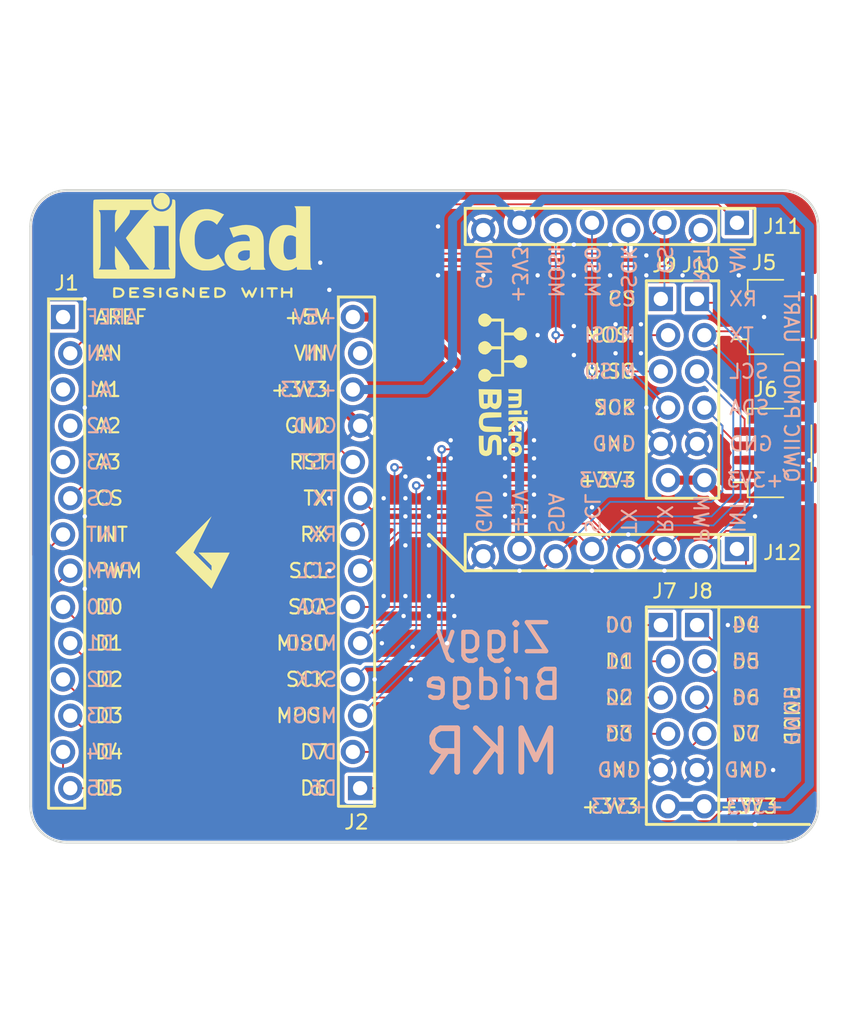
<source format=kicad_pcb>
(kicad_pcb (version 20241229) (generator "pcbnew") (generator_version "9.0")
  (title_block (title "MKR Shield") (date "2018-07-31") (rev "0.1") (company "Electronic Cats"))
  (layers (0 "F.Cu" signal "Top") (2 "B.Cu" signal "Bottom") (13 "F.Paste" user) (15 "B.Paste" user) (5 "F.SilkS" user "F.Silkscreen") (7 "B.SilkS" user "B.Silkscreen") (1 "F.Mask" user) (3 "B.Mask" user) (25 "Edge.Cuts" user))
  (net 0 "")
  (net 1 "GND")
  (net 2 "/A2")
  (net 3 "/CS")
  (net 4 "/D4")
  (net 5 "/A3")
  (net 6 "/AREF")
  (net 7 "/D2")
  (net 8 "/D3")
  (net 9 "/A1")
  (net 10 "/D5")
  (net 11 "/INT")
  (net 12 "/D0")
  (net 13 "/AN")
  (net 14 "/D1")
  (net 15 "/PWM")
  (net 16 "+5V")
  (net 17 "/MISO")
  (net 18 "/SCK")
  (net 19 "/SCL")
  (net 20 "/MOSI")
  (net 21 "/D7")
  (net 22 "/SDA")
  (net 23 "/D6")
  (net 24 "/RX")
  (net 25 "/VIN")
  (net 26 "+3V3")
  (net 27 "/TX")
  (net 28 "/RST")
  (footprint "custom:PinHeader_1x14_P2.54mm_Staggered" (layer "F.Cu") (at 129.54 97.79)
    (property "Reference" "J1" (at 0 -2.38 0) (layer "F.SilkS"))
    (property "Value" "Conn_01x14")
    (pad "1" thru_hole rect (at -0.254 0) (size 1.7 1.7) (drill 1) (layers "*.Cu" "*.Mask") (net 6 "/AREF"))
    (pad "2" thru_hole circle (at 0.254 2.54) (size 1.7 1.7) (drill 1) (layers "*.Cu" "*.Mask") (net 13 "/AN"))
    (pad "3" thru_hole circle (at -0.254 5.08) (size 1.7 1.7) (drill 1) (layers "*.Cu" "*.Mask") (net 9 "/A1"))
    (pad "4" thru_hole circle (at 0.254 7.62) (size 1.7 1.7) (drill 1) (layers "*.Cu" "*.Mask") (net 2 "/A2"))
    (pad "5" thru_hole circle (at -0.254 10.16) (size 1.7 1.7) (drill 1) (layers "*.Cu" "*.Mask") (net 5 "/A3"))
    (pad "6" thru_hole circle (at 0.254 12.7) (size 1.7 1.7) (drill 1) (layers "*.Cu" "*.Mask") (net 3 "/CS"))
    (pad "7" thru_hole circle (at -0.254 15.24) (size 1.7 1.7) (drill 1) (layers "*.Cu" "*.Mask") (net 11 "/INT"))
    (pad "8" thru_hole circle (at 0.254 17.78) (size 1.7 1.7) (drill 1) (layers "*.Cu" "*.Mask") (net 15 "/PWM"))
    (pad "9" thru_hole circle (at -0.254 20.32) (size 1.7 1.7) (drill 1) (layers "*.Cu" "*.Mask") (net 12 "/D0"))
    (pad "10" thru_hole circle (at 0.254 22.86) (size 1.7 1.7) (drill 1) (layers "*.Cu" "*.Mask") (net 14 "/D1"))
    (pad "11" thru_hole circle (at -0.254 25.4) (size 1.7 1.7) (drill 1) (layers "*.Cu" "*.Mask") (net 7 "/D2"))
    (pad "12" thru_hole circle (at 0.254 27.94) (size 1.7 1.7) (drill 1) (layers "*.Cu" "*.Mask") (net 8 "/D3"))
    (pad "13" thru_hole circle (at -0.254 30.48) (size 1.7 1.7) (drill 1) (layers "*.Cu" "*.Mask") (net 4 "/D4"))
    (pad "14" thru_hole circle (at 0.254 33.02) (size 1.7 1.7) (drill 1) (layers "*.Cu" "*.Mask") (net 10 "/D5"))
  )
  (footprint "custom:PinHeader_1x14_P2.54mm_Staggered" (layer "F.Cu") (at 149.86 130.81 180)
    (property "Reference" "J2" (at 0 -2.38 180) (layer "F.SilkS"))
    (property "Value" "Conn_01x14")
    (pad "1" thru_hole rect (at -0.254 0 180) (size 1.7 1.7) (drill 1) (layers "*.Cu" "*.Mask") (net 23 "/D6"))
    (pad "2" thru_hole circle (at 0.254 2.54 180) (size 1.7 1.7) (drill 1) (layers "*.Cu" "*.Mask") (net 21 "/D7"))
    (pad "3" thru_hole circle (at -0.254 5.08 180) (size 1.7 1.7) (drill 1) (layers "*.Cu" "*.Mask") (net 20 "/MOSI"))
    (pad "4" thru_hole circle (at 0.254 7.62 180) (size 1.7 1.7) (drill 1) (layers "*.Cu" "*.Mask") (net 18 "/SCK"))
    (pad "5" thru_hole circle (at -0.254 10.16 180) (size 1.7 1.7) (drill 1) (layers "*.Cu" "*.Mask") (net 17 "/MISO"))
    (pad "6" thru_hole circle (at 0.254 12.7 180) (size 1.7 1.7) (drill 1) (layers "*.Cu" "*.Mask") (net 22 "/SDA"))
    (pad "7" thru_hole circle (at -0.254 15.24 180) (size 1.7 1.7) (drill 1) (layers "*.Cu" "*.Mask") (net 19 "/SCL"))
    (pad "8" thru_hole circle (at 0.254 17.78 180) (size 1.7 1.7) (drill 1) (layers "*.Cu" "*.Mask") (net 24 "/RX"))
    (pad "9" thru_hole circle (at -0.254 20.32 180) (size 1.7 1.7) (drill 1) (layers "*.Cu" "*.Mask") (net 27 "/TX"))
    (pad "10" thru_hole circle (at 0.254 22.86 180) (size 1.7 1.7) (drill 1) (layers "*.Cu" "*.Mask") (net 28 "/RST"))
    (pad "11" thru_hole circle (at -0.254 25.4 180) (size 1.7 1.7) (drill 1) (layers "*.Cu" "*.Mask") (net 1 "GND"))
    (pad "12" thru_hole circle (at 0.254 27.94 180) (size 1.7 1.7) (drill 1) (layers "*.Cu" "*.Mask") (net 26 "+3V3"))
    (pad "13" thru_hole circle (at -0.254 30.48 180) (size 1.7 1.7) (drill 1) (layers "*.Cu" "*.Mask") (net 25 "/VIN"))
    (pad "14" thru_hole circle (at 0.254 33.02 180) (size 1.7 1.7) (drill 1) (layers "*.Cu" "*.Mask") (net 16 "+5V"))
  )
  (footprint "Symbol:KiCad-Logo2_6mm_SilkScreen" (layer "F.Cu") (at 139.065 92.075)
    (property "Reference" "REF**" (hide yes))
    (property "Value" "KiCad-Logo2_6mm_SilkScreen" (hide yes))
  )
  (footprint "custom:PinHeader_1x06_P2.54mm_Staggered" (layer "F.Cu") (at 173.99 96.52)
    (property "Reference" "J10" (at 0 -2.38 0) (layer "F.SilkS"))
    (property "Value" "Conn_01x06")
    (pad "1" thru_hole rect (at -0.254 0) (size 1.7 1.7) (drill 1) (layers "*.Cu" "*.Mask") (net 24 "/RX"))
    (pad "2" thru_hole circle (at 0.254 2.54) (size 1.7 1.7) (drill 1) (layers "*.Cu" "*.Mask") (net 27 "/TX"))
    (pad "3" thru_hole circle (at -0.254 5.08) (size 1.7 1.7) (drill 1) (layers "*.Cu" "*.Mask") (net 19 "/SCL"))
    (pad "4" thru_hole circle (at 0.254 7.62) (size 1.7 1.7) (drill 1) (layers "*.Cu" "*.Mask") (net 22 "/SDA"))
    (pad "5" thru_hole circle (at -0.254 10.16) (size 1.7 1.7) (drill 1) (layers "*.Cu" "*.Mask") (net 1 "GND"))
    (pad "6" thru_hole circle (at 0.254 12.7) (size 1.7 1.7) (drill 1) (layers "*.Cu" "*.Mask") (net 26 "+3V3"))
  )
  (footprint "Connector_JST:JST_SH_SM03B-SRSS-TB_1x03-1MP_P1.00mm_Horizontal" (layer "F.Cu") (at 179.07 97.79 90)
    (property "Reference" "J5" (at 3.81 -0.635 180) (layer "F.SilkS"))
    (property "Value" "Conn_01x03")
    (pad "1" smd roundrect (at -1 -2 90) (size 0.6 1.55) (layers "F.Cu" "F.Mask" "F.Paste") (net 27 "/TX"))
    (pad "2" smd roundrect (at 0 -2 90) (size 0.6 1.55) (layers "F.Cu" "F.Mask" "F.Paste") (net 1 "GND"))
    (pad "3" smd roundrect (at 1 -2 90) (size 0.6 1.55) (layers "F.Cu" "F.Mask" "F.Paste") (net 24 "/RX"))
    (pad "MP" smd roundrect (at -2.3 1.875 90) (size 1.2 1.8) (layers "F.Cu" "F.Mask" "F.Paste") (roundrect_rratio 0.208333))
    (pad "MP" smd roundrect (at 2.3 1.875 90) (size 1.2 1.8) (layers "F.Cu" "F.Mask" "F.Paste") (roundrect_rratio 0.208333))
  )
  (footprint "custom:mikrobus_logo" (layer "F.Cu") (at 160.02 102.87 -90)
    (property "Reference" "G***" (hide yes))
    (property "Value" "LOGO" (hide yes))
  )
  (footprint "custom:PinHeader_1x08_P2.54mm_Staggered" (layer "F.Cu") (at 176.53 91.44 -90)
    (property "Reference" "J11" (at 0 -3.175 0) (layer "F.SilkS"))
    (property "Value" "Conn_01x08")
    (pad "1" thru_hole rect (at -0.254 0 270) (size 1.7 1.7) (drill 1) (layers "*.Cu" "*.Mask") (net 13 "/AN"))
    (pad "2" thru_hole circle (at 0.254 2.54 270) (size 1.7 1.7) (drill 1) (layers "*.Cu" "*.Mask") (net 28 "/RST"))
    (pad "3" thru_hole circle (at -0.254 5.08 270) (size 1.7 1.7) (drill 1) (layers "*.Cu" "*.Mask") (net 3 "/CS"))
    (pad "4" thru_hole circle (at 0.254 7.62 270) (size 1.7 1.7) (drill 1) (layers "*.Cu" "*.Mask") (net 18 "/SCK"))
    (pad "5" thru_hole circle (at -0.254 10.16 270) (size 1.7 1.7) (drill 1) (layers "*.Cu" "*.Mask") (net 17 "/MISO"))
    (pad "6" thru_hole circle (at 0.254 12.7 270) (size 1.7 1.7) (drill 1) (layers "*.Cu" "*.Mask") (net 20 "/MOSI"))
    (pad "7" thru_hole circle (at -0.254 15.24 270) (size 1.7 1.7) (drill 1) (layers "*.Cu" "*.Mask") (net 26 "+3V3"))
    (pad "8" thru_hole circle (at 0.254 17.78 270) (size 1.7 1.7) (drill 1) (layers "*.Cu" "*.Mask") (net 1 "GND"))
  )
  (footprint "custom:PinHeader_1x06_P2.54mm_Staggered" (layer "F.Cu") (at 173.99 119.38)
    (property "Reference" "J8" (at 0 -2.38 0) (layer "F.SilkS"))
    (property "Value" "Conn_01x06")
    (pad "1" thru_hole rect (at -0.254 0) (size 1.7 1.7) (drill 1) (layers "*.Cu" "*.Mask") (net 4 "/D4"))
    (pad "2" thru_hole circle (at 0.254 2.54) (size 1.7 1.7) (drill 1) (layers "*.Cu" "*.Mask") (net 10 "/D5"))
    (pad "3" thru_hole circle (at -0.254 5.08) (size 1.7 1.7) (drill 1) (layers "*.Cu" "*.Mask") (net 23 "/D6"))
    (pad "4" thru_hole circle (at 0.254 7.62) (size 1.7 1.7) (drill 1) (layers "*.Cu" "*.Mask") (net 21 "/D7"))
    (pad "5" thru_hole circle (at -0.254 10.16) (size 1.7 1.7) (drill 1) (layers "*.Cu" "*.Mask") (net 1 "GND"))
    (pad "6" thru_hole circle (at 0.254 12.7) (size 1.7 1.7) (drill 1) (layers "*.Cu" "*.Mask") (net 26 "+3V3"))
  )
  (footprint "custom:PinHeader_1x06_P2.54mm_Staggered" (layer "F.Cu") (at 171.45 119.38)
    (property "Reference" "J7" (at 0 -2.38 0) (layer "F.SilkS"))
    (property "Value" "Conn_01x06")
    (pad "1" thru_hole rect (at -0.254 0) (size 1.7 1.7) (drill 1) (layers "*.Cu" "*.Mask") (net 12 "/D0"))
    (pad "2" thru_hole circle (at 0.254 2.54) (size 1.7 1.7) (drill 1) (layers "*.Cu" "*.Mask") (net 14 "/D1"))
    (pad "3" thru_hole circle (at -0.254 5.08) (size 1.7 1.7) (drill 1) (layers "*.Cu" "*.Mask") (net 7 "/D2"))
    (pad "4" thru_hole circle (at 0.254 7.62) (size 1.7 1.7) (drill 1) (layers "*.Cu" "*.Mask") (net 8 "/D3"))
    (pad "5" thru_hole circle (at -0.254 10.16) (size 1.7 1.7) (drill 1) (layers "*.Cu" "*.Mask") (net 1 "GND"))
    (pad "6" thru_hole circle (at 0.254 12.7) (size 1.7 1.7) (drill 1) (layers "*.Cu" "*.Mask") (net 26 "+3V3"))
  )
  (footprint "custom:PinHeader_1x08_P2.54mm_Staggered" (layer "F.Cu") (at 176.53 114.3 -90)
    (property "Reference" "J12" (at 0 -3.175 0) (layer "F.SilkS"))
    (property "Value" "Conn_01x08")
    (pad "1" thru_hole rect (at -0.254 0 270) (size 1.7 1.7) (drill 1) (layers "*.Cu" "*.Mask") (net 15 "/PWM"))
    (pad "2" thru_hole circle (at 0.254 2.54 270) (size 1.7 1.7) (drill 1) (layers "*.Cu" "*.Mask") (net 11 "/INT"))
    (pad "3" thru_hole circle (at -0.254 5.08 270) (size 1.7 1.7) (drill 1) (layers "*.Cu" "*.Mask") (net 24 "/RX"))
    (pad "4" thru_hole circle (at 0.254 7.62 270) (size 1.7 1.7) (drill 1) (layers "*.Cu" "*.Mask") (net 27 "/TX"))
    (pad "5" thru_hole circle (at -0.254 10.16 270) (size 1.7 1.7) (drill 1) (layers "*.Cu" "*.Mask") (net 19 "/SCL"))
    (pad "6" thru_hole circle (at 0.254 12.7 270) (size 1.7 1.7) (drill 1) (layers "*.Cu" "*.Mask") (net 22 "/SDA"))
    (pad "7" thru_hole circle (at -0.254 15.24 270) (size 1.7 1.7) (drill 1) (layers "*.Cu" "*.Mask") (net 16 "+5V"))
    (pad "8" thru_hole circle (at 0.254 17.78 270) (size 1.7 1.7) (drill 1) (layers "*.Cu" "*.Mask") (net 1 "GND"))
  )
  (footprint "custom:PinHeader_1x06_P2.54mm_Staggered" (layer "F.Cu") (at 171.45 96.52)
    (property "Reference" "J9" (at 0 -2.38 0) (layer "F.SilkS"))
    (property "Value" "Conn_01x06")
    (pad "1" thru_hole rect (at -0.254 0) (size 1.7 1.7) (drill 1) (layers "*.Cu" "*.Mask") (net 3 "/CS"))
    (pad "2" thru_hole circle (at 0.254 2.54) (size 1.7 1.7) (drill 1) (layers "*.Cu" "*.Mask") (net 20 "/MOSI"))
    (pad "3" thru_hole circle (at -0.254 5.08) (size 1.7 1.7) (drill 1) (layers "*.Cu" "*.Mask") (net 17 "/MISO"))
    (pad "4" thru_hole circle (at 0.254 7.62) (size 1.7 1.7) (drill 1) (layers "*.Cu" "*.Mask") (net 18 "/SCK"))
    (pad "5" thru_hole circle (at -0.254 10.16) (size 1.7 1.7) (drill 1) (layers "*.Cu" "*.Mask") (net 1 "GND"))
    (pad "6" thru_hole circle (at 0.254 12.7) (size 1.7 1.7) (drill 1) (layers "*.Cu" "*.Mask") (net 26 "+3V3"))
  )
  (footprint "Connector_JST:JST_SH_SM04B-SRSS-TB_1x04-1MP_P1.00mm_Horizontal" (layer "F.Cu") (at 179.07 107.315 90)
    (property "Reference" "J6" (at 4.445 -0.535 180) (layer "F.SilkS"))
    (property "Value" "Conn_01x04")
    (pad "1" smd roundrect (at -1.5 -2 90) (size 0.6 1.55) (layers "F.Cu" "F.Mask" "F.Paste") (net 1 "GND"))
    (pad "2" smd roundrect (at -0.5 -2 90) (size 0.6 1.55) (layers "F.Cu" "F.Mask" "F.Paste") (net 26 "+3V3"))
    (pad "3" smd roundrect (at 0.5 -2 90) (size 0.6 1.55) (layers "F.Cu" "F.Mask" "F.Paste") (net 22 "/SDA"))
    (pad "4" smd roundrect (at 1.5 -2 90) (size 0.6 1.55) (layers "F.Cu" "F.Mask" "F.Paste") (net 19 "/SCL"))
    (pad "MP" smd roundrect (at -2.8 1.875 90) (size 1.2 1.8) (layers "F.Cu" "F.Mask" "F.Paste") (roundrect_rratio 0.208333))
    (pad "MP" smd roundrect (at 2.8 1.875 90) (size 1.2 1.8) (layers "F.Cu" "F.Mask" "F.Paste") (roundrect_rratio 0.208333))
  )
  (footprint "custom:gs_logo_200mil" (layer "F.Cu") (at 139.7 114.3)
    (property "Reference" "GS1" (hide yes))
    (property "Value" "GS_logo" (hide yes))
    (pad "1" smd custom (at 0 0) (size 5.08 5.08) (layers "F.Cu") (options (clearance outline) (anchor circle)) (primitives))
  )
  (gr_rect (start 157.48 90.17) (end 177.8 92.71) (stroke (width 0.2032)) (fill no) (layer "F.SilkS"))
  (gr_line (start 170.18 110.49) (end 175.26 110.49) (stroke (width 0.2032)) (layer "F.SilkS"))
  (gr_line (start 170.18 110.49) (end 170.18 95.25) (stroke (width 0.2032)) (layer "F.SilkS"))
  (gr_line (start 170.18 118.11) (end 175.26 118.11) (stroke (width 0.2032)) (layer "F.SilkS"))
  (gr_line (start 175.26 90.17) (end 175.26 92.71) (stroke (width 0.2032)) (layer "F.SilkS"))
  (gr_line (start 175.26 118.11) (end 181.61 118.11) (stroke (width 0.2032)) (layer "F.SilkS"))
  (gr_line (start 175.26 133.35) (end 181.61 133.35) (stroke (width 0.2032)) (layer "F.SilkS"))
  (gr_line (start 175.26 113.03) (end 175.26 115.57) (stroke (width 0.2032)) (layer "F.SilkS"))
  (gr_rect (start 128.27 96.52) (end 130.81 132.216417) (stroke (width 0.2032)) (fill no) (layer "F.SilkS"))
  (gr_line (start 170.18 133.35) (end 170.18 118.11) (stroke (width 0.2032)) (layer "F.SilkS"))
  (gr_line (start 157.48 115.57) (end 154.94 113.03) (stroke (width 0.254)) (layer "F.SilkS"))
  (gr_line (start 170.18 95.25) (end 175.26 95.25) (stroke (width 0.2032)) (layer "F.SilkS"))
  (gr_rect (start 157.48 113.03) (end 177.8 115.57) (stroke (width 0.2032)) (fill no) (layer "F.SilkS"))
  (gr_line (start 175.26 133.35) (end 170.18 133.35) (stroke (width 0.2032)) (layer "F.SilkS"))
  (gr_line (start 175.26 118.11) (end 175.26 133.35) (stroke (width 0.2032)) (layer "F.SilkS"))
  (gr_line (start 175.26 95.25) (end 175.26 110.49) (stroke (width 0.2032)) (layer "F.SilkS"))
  (gr_rect (start 148.59 96.383583) (end 151.13 132.08) (stroke (width 0.2032)) (fill no) (layer "F.SilkS"))
  (gr_line (start 129.54 88.9) (end 179.705 88.9) (stroke (width 0.15)) (layer "Edge.Cuts"))
  (gr_arc (start 129.54 134.62) (mid 127.743949 133.876051) (end 127 132.08) (stroke (width 0.15)) (layer "Edge.Cuts"))
  (gr_line (start 179.705 134.62) (end 129.54 134.62) (stroke (width 0.15)) (layer "Edge.Cuts"))
  (gr_arc (start 127 91.44) (mid 127.743949 89.643949) (end 129.54 88.9) (stroke (width 0.15)) (layer "Edge.Cuts"))
  (gr_line (start 127 132.08) (end 127 91.44) (stroke (width 0.15)) (layer "Edge.Cuts"))
  (gr_line (start 182.245 91.44) (end 182.245 132.08) (stroke (width 0.15)) (layer "Edge.Cuts"))
  (gr_arc (start 179.705 88.9) (mid 181.501051 89.643949) (end 182.245 91.44) (stroke (width 0.15)) (layer "Edge.Cuts"))
  (gr_arc (start 182.245 132.08) (mid 181.501051 133.876051) (end 179.705 134.62) (stroke (width 0.15)) (layer "Edge.Cuts"))
  (gr_text "MOSI" (at 147.955 125.73 0) (layer "F.SilkS") (effects (font (size 1 1)) (justify right)))
  (gr_text "GND" (at 169.545 106.68 0) (layer "F.SilkS") (effects (font (size 1 1)) (justify right)))
  (gr_text "D0" (at 131.445 118.11 0) (layer "F.SilkS") (effects (font (size 1 1)) (justify left)))
  (gr_text "D1" (at 131.445 120.65 0) (layer "F.SilkS") (effects (font (size 1 1)) (justify left)))
  (gr_text "RST" (at 147.955 107.95 0) (layer "F.SilkS") (effects (font (size 1 1)) (justify right)))
  (gr_text "+3V3" (at 147.955 102.87 0) (layer "F.SilkS") (effects (font (size 1 1)) (justify right)))
  (gr_text "PWM" (at 131.445 115.57 0) (layer "F.SilkS") (effects (font (size 1 1)) (justify left)))
  (gr_text "AREF" (at 131.445 97.79 0) (layer "F.SilkS") (effects (font (size 1 1)) (justify left)))
  (gr_text "D7" (at 177.165 127 0) (layer "F.SilkS") (effects (font (size 1 1))))
  (gr_text "D2" (at 131.445 123.19 0) (layer "F.SilkS") (effects (font (size 1 1)) (justify left)))
  (gr_text "+5V" (at 147.955 97.79 0) (layer "F.SilkS") (effects (font (size 1 1)) (justify right)))
  (gr_text "D2" (at 168.275 124.46 0) (layer "F.SilkS") (effects (font (size 1 1))))
  (gr_text "A2" (at 131.445 105.41 0) (layer "F.SilkS") (effects (font (size 1 1)) (justify left)))
  (gr_text "MISO" (at 147.955 120.65 0) (layer "F.SilkS") (effects (font (size 1 1)) (justify right)))
  (gr_text "SCK" (at 169.545 104.14 0) (layer "F.SilkS") (effects (font (size 1 1)) (justify right)))
  (gr_text "SCL" (at 147.955 115.57 0) (layer "F.SilkS") (effects (font (size 1 1)) (justify right)))
  (gr_text "CS" (at 169.545 96.52 0) (layer "F.SilkS") (effects (font (size 1 1)) (justify right)))
  (gr_text "GND" (at 168.275 129.54 0) (layer "F.SilkS") (effects (font (size 1 1))))
  (gr_text "D6" (at 177.165 124.46 0) (layer "F.SilkS") (effects (font (size 1 1))))
  (gr_text "VIN" (at 147.955 100.33 0) (layer "F.SilkS") (effects (font (size 1 1)) (justify right)))
  (gr_text "PMOD" (at 180.34 125.73 -90) (layer "F.SilkS") (effects (font (size 1 1))))
  (gr_text "D0" (at 168.275 119.38 0) (layer "F.SilkS") (effects (font (size 1 1))))
  (gr_text "GND" (at 177.165 129.54 0) (layer "F.SilkS") (effects (font (size 1 1))))
  (gr_text "RX" (at 147.955 113.03 0) (layer "F.SilkS") (effects (font (size 1 1)) (justify right)))
  (gr_text "INT" (at 131.445 113.03 0) (layer "F.SilkS") (effects (font (size 1 1)) (justify left)))
  (gr_text "+3V3" (at 175.26 132.08 0) (layer "F.SilkS") (effects (font (size 1 1)) (justify left)))
  (gr_text "D5" (at 131.445 130.81 0) (layer "F.SilkS") (effects (font (size 1 1)) (justify left)))
  (gr_text "D5" (at 177.165 121.92 0) (layer "F.SilkS") (effects (font (size 1 1))))
  (gr_text "MOSI" (at 169.545 99.06 0) (layer "F.SilkS") (effects (font (size 1 1)) (justify right)))
  (gr_text "D4" (at 177.165 119.38 0) (layer "F.SilkS") (effects (font (size 1 1))))
  (gr_text "D4" (at 131.445 128.27 0) (layer "F.SilkS") (effects (font (size 1 1)) (justify left)))
  (gr_text "D6" (at 147.955 130.81 0) (layer "F.SilkS") (effects (font (size 1 1)) (justify right)))
  (gr_text "CS" (at 131.445 110.49 0) (layer "F.SilkS") (effects (font (size 1 1)) (justify left)))
  (gr_text "D3" (at 168.275 127 0) (layer "F.SilkS") (effects (font (size 1 1))))
  (gr_text "D7" (at 147.955 128.27 0) (layer "F.SilkS") (effects (font (size 1 1)) (justify right)))
  (gr_text "+3V3" (at 169.545 109.22 0) (layer "F.SilkS") (effects (font (size 1 1)) (justify right)))
  (gr_text "SDA" (at 147.955 118.11 0) (layer "F.SilkS") (effects (font (size 1 1)) (justify right)))
  (gr_text "A1" (at 131.445 102.87 0) (layer "F.SilkS") (effects (font (size 1 1)) (justify left)))
  (gr_text "MISO" (at 169.545 101.6 0) (layer "F.SilkS") (effects (font (size 1 1)) (justify right)))
  (gr_text "A3" (at 131.445 107.95 0) (layer "F.SilkS") (effects (font (size 1 1)) (justify left)))
  (gr_text "AN" (at 131.445 100.33 0) (layer "F.SilkS") (effects (font (size 1 1)) (justify left)))
  (gr_text "TX" (at 147.955 110.49 0) (layer "F.SilkS") (effects (font (size 1 1)) (justify right)))
  (gr_text "GND" (at 147.955 105.41 0) (layer "F.SilkS") (effects (font (size 1 1)) (justify right)))
  (gr_text "+3V3" (at 167.64 132.08 0) (layer "F.SilkS") (effects (font (size 1 1))))
  (gr_text "SCK" (at 147.955 123.19 0) (layer "F.SilkS") (effects (font (size 1 1)) (justify right)))
  (gr_text "D3" (at 131.445 125.73 0) (layer "F.SilkS") (effects (font (size 1 1)) (justify left)))
  (gr_text "D1" (at 168.275 121.92 0) (layer "F.SilkS") (effects (font (size 1 1))))
  (gr_text "RST" (at 173.99 92.71 270) (layer "B.SilkS") (effects (font (size 1 1)) (justify right mirror)))
  (gr_text "SCL" (at 166.37 113.03 270) (layer "B.SilkS") (effects (font (size 1 1)) (justify left mirror)))
  (gr_text "RX" (at 171.45 113.03 270) (layer "B.SilkS") (effects (font (size 1 1)) (justify left mirror)))
  (gr_text "MISO" (at 148.59 120.65 0) (layer "B.SilkS") (effects (font (size 1 1)) (justify left mirror)))
  (gr_text "+3V3" (at 177.8 109.22 0) (layer "B.SilkS") (effects (font (size 1 1)) (justify mirror)))
  (gr_text "PWM" (at 173.99 113.665 270) (layer "B.SilkS") (effects (font (size 1 1)) (justify left mirror)))
  (gr_text "GND" (at 169.545 106.68 0) (layer "B.SilkS") (effects (font (size 1 1)) (justify left mirror)))
  (gr_text "D5" (at 130.81 130.81 0) (layer "B.SilkS") (effects (font (size 1 1)) (justify right mirror)))
  (gr_text "GND" (at 168.275 129.54 0) (layer "B.SilkS") (effects (font (size 1 1)) (justify mirror)))
  (gr_text "INT" (at 176.53 113.03 270) (layer "B.SilkS") (effects (font (size 1 1)) (justify left mirror)))
  (gr_text "RX" (at 148.59 113.03 0) (layer "B.SilkS") (effects (font (size 1 1)) (justify left mirror)))
  (gr_text "+5V" (at 148.59 97.79 0) (layer "B.SilkS") (effects (font (size 1 1)) (justify left mirror)))
  (gr_text "MISO" (at 169.545 101.6 0) (layer "B.SilkS") (effects (font (size 1 1)) (justify left mirror)))
  (gr_text "A2" (at 130.81 105.41 0) (layer "B.SilkS") (effects (font (size 1 1)) (justify right mirror)))
  (gr_text "SCL" (at 148.59 115.57 0) (layer "B.SilkS") (effects (font (size 1 1)) (justify left mirror)))
  (gr_text "RX" (at 175.895 96.52 0) (layer "B.SilkS") (effects (font (size 1 1)) (justify right mirror)))
  (gr_text "VIN" (at 148.59 100.33 0) (layer "B.SilkS") (effects (font (size 1 1)) (justify left mirror)))
  (gr_text "A1" (at 130.81 102.87 0) (layer "B.SilkS") (effects (font (size 1 1)) (justify right mirror)))
  (gr_text "+5V" (at 161.29 113.03 270) (layer "B.SilkS") (effects (font (size 1 1)) (justify left mirror)))
  (gr_text "MKR" (at 159.385 128.27 0) (layer "B.SilkS") (effects (font (size 3.048 3.048) (thickness 0.4064) (bold yes)) (justify mirror)))
  (gr_text "D7" (at 148.59 128.27 0) (layer "B.SilkS") (effects (font (size 1 1)) (justify left mirror)))
  (gr_text "+3V3" (at 168.275 132.08 0) (layer "B.SilkS") (effects (font (size 1 1)) (justify mirror)))
  (gr_text "UART" (at 180.34 97.79 270) (layer "B.SilkS") (effects (font (size 1 1)) (justify mirror)))
  (gr_text "D4" (at 177.165 119.38 0) (layer "B.SilkS") (effects (font (size 1 1)) (justify mirror)))
  (gr_text "GND" (at 175.895 106.68 0) (layer "B.SilkS") (effects (font (size 1 1)) (justify right mirror)))
  (gr_text "D3" (at 168.275 127 0) (layer "B.SilkS") (effects (font (size 1 1)) (justify mirror)))
  (gr_text "PMOD" (at 180.34 102.87 270) (layer "B.SilkS") (effects (font (size 1 1)) (justify mirror)))
  (gr_text "SCL" (at 175.895 101.6 0) (layer "B.SilkS") (effects (font (size 1 1)) (justify right mirror)))
  (gr_text "AN" (at 176.53 92.71 270) (layer "B.SilkS") (effects (font (size 1 1)) (justify right mirror)))
  (gr_text "TX" (at 168.91 113.03 270) (layer "B.SilkS") (effects (font (size 1 1)) (justify left mirror)))
  (gr_text "D0" (at 130.81 118.11 0) (layer "B.SilkS") (effects (font (size 1 1)) (justify right mirror)))
  (gr_text "CS" (at 171.45 92.71 270) (layer "B.SilkS") (effects (font (size 1 1)) (justify right mirror)))
  (gr_text "D6" (at 177.165 124.46 0) (layer "B.SilkS") (effects (font (size 1 1)) (justify mirror)))
  (gr_text "A3" (at 130.81 107.95 0) (layer "B.SilkS") (effects (font (size 1 1)) (justify right mirror)))
  (gr_text "D1" (at 168.275 121.92 0) (layer "B.SilkS") (effects (font (size 1 1)) (justify mirror)))
  (gr_text "CS" (at 130.81 110.49 0) (layer "B.SilkS") (effects (font (size 1 1)) (justify right mirror)))
  (gr_text "GND" (at 177.165 129.54 0) (layer "B.SilkS") (effects (font (size 1 1)) (justify mirror)))
  (gr_text "+3V3" (at 177.8 132.08 0) (layer "B.SilkS") (effects (font (size 1 1)) (justify mirror)))
  (gr_text "D4" (at 130.81 128.27 0) (layer "B.SilkS") (effects (font (size 1 1)) (justify right mirror)))
  (gr_text "PMOD" (at 180.34 125.73 270) (layer "B.SilkS") (effects (font (size 1 1)) (justify mirror)))
  (gr_text "D7" (at 177.165 127 0) (layer "B.SilkS") (effects (font (size 1 1)) (justify mirror)))
  (gr_text "PWM" (at 130.81 115.57 0) (layer "B.SilkS") (effects (font (size 1 1)) (justify right mirror)))
  (gr_text "GND" (at 148.59 105.41 0) (layer "B.SilkS") (effects (font (size 1 1)) (justify left mirror)))
  (gr_text "RST" (at 148.59 107.95 0) (layer "B.SilkS") (effects (font (size 1 1)) (justify left mirror)))
  (gr_text "D2" (at 130.81 123.19 0) (layer "B.SilkS") (effects (font (size 1 1)) (justify right mirror)))
  (gr_text "AREF" (at 130.81 97.79 0) (layer "B.SilkS") (effects (font (size 1 1)) (justify right mirror)))
  (gr_text "MISO" (at 166.37 92.71 270) (layer "B.SilkS") (effects (font (size 1 1)) (justify right mirror)))
  (gr_text "SDA" (at 148.59 118.11 0) (layer "B.SilkS") (effects (font (size 1 1)) (justify left mirror)))
  (gr_text "SCK" (at 148.59 123.19 0) (layer "B.SilkS") (effects (font (size 1 1)) (justify left mirror)))
  (gr_text "D0" (at 168.275 119.38 0) (layer "B.SilkS") (effects (font (size 1 1)) (justify mirror)))
  (gr_text "TX" (at 148.59 110.49 0) (layer "B.SilkS") (effects (font (size 1 1)) (justify left mirror)))
  (gr_text "GND" (at 158.75 113.03 270) (layer "B.SilkS") (effects (font (size 1 1)) (justify left mirror)))
  (gr_text "SCK" (at 169.545 104.14 0) (layer "B.SilkS") (effects (font (size 1 1)) (justify left mirror)))
  (gr_text "D3" (at 130.81 125.73 0) (layer "B.SilkS") (effects (font (size 1 1)) (justify right mirror)))
  (gr_text "D2" (at 168.275 124.46 0) (layer "B.SilkS") (effects (font (size 1 1)) (justify mirror)))
  (gr_text "+3V3" (at 148.59 102.87 0) (layer "B.SilkS") (effects (font (size 1 1)) (justify left mirror)))
  (gr_text "MOSI" (at 169.545 99.06 0) (layer "B.SilkS") (effects (font (size 1 1)) (justify left mirror)))
  (gr_text "INT" (at 130.81 113.03 0) (layer "B.SilkS") (effects (font (size 1 1)) (justify right mirror)))
  (gr_text "+3V3" (at 169.545 109.22 0) (layer "B.SilkS") (effects (font (size 1 1)) (justify left mirror)))
  (gr_text "CS" (at 169.545 96.52 0) (layer "B.SilkS") (effects (font (size 1 1)) (justify left mirror)))
  (gr_text "SDA" (at 175.895 104.14 0) (layer "B.SilkS") (effects (font (size 1 1)) (justify right mirror)))
  (gr_text "SDA" (at 163.83 113.03 270) (layer "B.SilkS") (effects (font (size 1 1)) (justify left mirror)))
  (gr_text "Ziggy\nBridge" (at 159.385 121.92 0) (layer "B.SilkS") (effects (font (size 2.032 2.032) (thickness 0.3048)) (justify mirror)))
  (gr_text "AN" (at 130.81 100.33 0) (layer "B.SilkS") (effects (font (size 1 1)) (justify right mirror)))
  (gr_text "TX" (at 175.895 99.06 0) (layer "B.SilkS") (effects (font (size 1 1)) (justify right mirror)))
  (gr_text "MOSI" (at 163.83 92.71 270) (layer "B.SilkS") (effects (font (size 1 1)) (justify right mirror)))
  (gr_text "+3V3" (at 161.29 92.71 270) (layer "B.SilkS") (effects (font (size 1 1)) (justify right mirror)))
  (gr_text "D1" (at 130.81 120.65 0) (layer "B.SilkS") (effects (font (size 1 1)) (justify right mirror)))
  (gr_text "D6" (at 148.59 130.81 0) (layer "B.SilkS") (effects (font (size 1 1)) (justify left mirror)))
  (gr_text "GND" (at 158.75 92.71 270) (layer "B.SilkS") (effects (font (size 1 1)) (justify right mirror)))
  (gr_text "QWIIC" (at 180.34 107.315 270) (layer "B.SilkS") (effects (font (size 1 1)) (justify mirror)))
  (gr_text "MOSI" (at 148.59 125.73 0) (layer "B.SilkS") (effects (font (size 1 1)) (justify left mirror)))
  (gr_text "SCK" (at 168.91 92.71 270) (layer "B.SilkS") (effects (font (size 1 1)) (justify right mirror)))
  (gr_text "D5" (at 177.165 121.92 0) (layer "B.SilkS") (effects (font (size 1 1)) (justify mirror)))
  (segment (start 172.72 94.869) (end 176.657 94.869) (width 0.635) (layer "F.Cu") (net 1))
  (segment (start 178.435 97.79) (end 177.07 97.79) (width 0.635) (layer "F.Cu") (net 1))
  (segment (start 179.07 132.08) (end 177.8 133.35) (width 0.635) (layer "F.Cu") (net 1))
  (segment (start 177.07 97.79) (end 173.716647 97.79) (width 0.254) (layer "F.Cu") (net 1))
  (segment (start 162.56 94.869) (end 165.1 94.869) (width 0.635) (layer "F.Cu") (net 1))
  (segment (start 179.07 129.54) (end 179.07 132.08) (width 0.635) (layer "F.Cu") (net 1))
  (segment (start 172.974 100.076) (end 172.466 100.584) (width 0.254) (layer "F.Cu") (net 1))
  (segment (start 172.466 102.616) (end 172.974 103.124) (width 0.254) (layer "F.Cu") (net 1))
  (segment (start 172.974 98.532647) (end 172.974 100.076) (width 0.254) (layer "F.Cu") (net 1))
  (segment (start 155.575 94.869) (end 158.75 94.869) (width 0.635) (layer "F.Cu") (net 1))
  (segment (start 172.466 100.584) (end 172.466 102.616) (width 0.254) (layer "F.Cu") (net 1))
  (segment (start 173.716647 97.79) (end 172.974 98.532647) (width 0.254) (layer "F.Cu") (net 1))
  (segment (start 172.974 105.918) (end 173.736 106.68) (width 0.254) (layer "F.Cu") (net 1))
  (segment (start 150.114 105.41) (end 147.955 103.251) (width 0.635) (layer "F.Cu") (net 1))
  (segment (start 158.75 94.869) (end 162.56 94.869) (width 0.635) (layer "F.Cu") (net 1))
  (segment (start 149.987 94.869) (end 155.575 94.869) (width 0.635) (layer "F.Cu") (net 1))
  (segment (start 177.8 94.869) (end 178.816 95.885) (width 0.635) (layer "F.Cu") (net 1))
  (segment (start 172.974 103.124) (end 172.974 105.918) (width 0.254) (layer "F.Cu") (net 1))
  (segment (start 167.64 94.869) (end 170.18 94.869) (width 0.635) (layer "F.Cu") (net 1))
  (segment (start 165.1 94.869) (end 167.64 94.869) (width 0.635) (layer "F.Cu") (net 1))
  (segment (start 178.816 95.885) (end 178.816 97.409) (width 0.635) (layer "F.Cu") (net 1))
  (segment (start 178.816 97.409) (end 178.435 97.79) (width 0.635) (layer "F.Cu") (net 1))
  (segment (start 175.871 108.815) (end 177.07 108.815) (width 0.254) (layer "F.Cu") (net 1))
  (segment (start 147.955 103.251) (end 147.955 96.901) (width 0.635) (layer "F.Cu") (net 1))
  (segment (start 173.736 106.68) (end 175.871 108.815) (width 0.254) (layer "F.Cu") (net 1))
  (segment (start 170.18 94.869) (end 172.72 94.869) (width 0.635) (layer "F.Cu") (net 1))
  (segment (start 176.657 94.869) (end 177.8 94.869) (width 0.635) (layer "F.Cu") (net 1))
  (segment (start 147.955 96.901) (end 149.987 94.869) (width 0.635) (layer "F.Cu") (net 1))
  (via (at 156.21 120.65) (size 0.6096) (drill 0.3048) (layers "F.Cu" "B.Cu") (net 1))
  (via (at 165.1 100.457) (size 0.6096) (drill 0.3048) (layers "F.Cu" "B.Cu") (net 1))
  (via (at 160.274 106.426) (size 0.6096) (drill 0.3048) (layers "F.Cu" "B.Cu") (net 1))
  (via (at 162.306 108.966) (size 0.6096) (drill 0.3048) (layers "F.Cu" "B.Cu") (net 1))
  (via (at 156.464 106.426) (size 0.6096) (drill 0.3048) (layers "F.Cu" "B.Cu") (net 1))
  (via (at 158.75 94.869) (size 0.6096) (drill 0.3048) (layers "F.Cu" "B.Cu") (net 1))
  (via (at 154.94 111.76) (size 0.6096) (drill 0.3048) (layers "F.Cu" "B.Cu") (net 1))
  (via (at 161.29 115.57) (size 0.6096) (drill 0.3048) (layers "F.Cu" "B.Cu") (net 1))
  (via (at 167.64 92.71) (size 0.6096) (drill 0.3048) (layers "F.Cu" "B.Cu") (net 1))
  (via (at 172.72 94.869) (size 0.6096) (drill 0.3048) (layers "F.Cu" "B.Cu") (net 1))
  (via (at 166.37 111.125) (size 0.6096) (drill 0.3048) (layers "F.Cu" "B.Cu") (net 1))
  (via (at 162.306 110.236) (size 0.6096) (drill 0.3048) (layers "F.Cu" "B.Cu") (net 1))
  (via (at 151.765 110.49) (size 0.6096) (drill 0.3048) (layers "F.Cu" "B.Cu") (net 1))
  (via (at 160.274 107.696) (size 0.6096) (drill 0.3048) (layers "F.Cu" "B.Cu") (net 1))
  (via (at 168.91 113.03) (size 0.6096) (drill 0.3048) (layers "F.Cu" "B.Cu") (net 1))
  (via (at 154.94 107.696) (size 0.6096) (drill 0.3048) (layers "F.Cu" "B.Cu") (net 1))
  (via (at 154.94 118.745) (size 0.6096) (drill 0.3048) (layers "F.Cu" "B.Cu") (net 1))
  (via (at 177.8 133.35) (size 0.6096) (drill 0.3048) (layers "F.Cu" "B.Cu") (net 1))
  (via (at 153.289 110.49) (size 0.6096) (drill 0.3048) (layers "F.Cu" "B.Cu") (net 1))
  (via (at 176.657 94.869) (size 0.6096) (drill 0.3048) (layers "F.Cu" "B.Cu") (net 1))
  (via (at 147.955 110.49) (size 0.6096) (drill 0.3048) (layers "F.Cu" "B.Cu") (net 1))
  (via (at 161.29 92.71) (size 0.6096) (drill 0.3048) (layers "F.Cu" "B.Cu") (net 1))
  (via (at 162.306 107.696) (size 0.6096) (drill 0.3048) (layers "F.Cu" "B.Cu") (net 1))
  (via (at 156.718 118.745) (size 0.6096) (drill 0.3048) (layers "F.Cu" "B.Cu") (net 1))
  (via (at 130.81 111.76) (size 0.6096) (drill 0.3048) (layers "F.Cu" "B.Cu") (net 1))
  (via (at 167.64 94.869) (size 0.6096) (drill 0.3048) (layers "F.Cu" "B.Cu") (net 1))
  (via (at 165.1 94.869) (size 0.6096) (drill 0.3048) (layers "F.Cu" "B.Cu") (net 1))
  (via (at 147.955 95.885) (size 0.6096) (drill 0.3048) (layers "F.Cu" "B.Cu") (net 1))
  (via (at 154.94 117.348) (size 0.6096) (drill 0.3048) (layers "F.Cu" "B.Cu") (net 1))
  (via (at 153.162 118.745) (size 0.6096) (drill 0.3048) (layers "F.Cu" "B.Cu") (net 1))
  (via (at 168.021 100.33) (size 0.6096) (drill 0.3048) (layers "F.Cu" "B.Cu") (net 1))
  (via (at 153.289 111.76) (size 0.6096) (drill 0.3048) (layers "F.Cu" "B.Cu") (net 1))
  (via (at 151.765 117.348) (size 0.6096) (drill 0.3048) (layers "F.Cu" "B.Cu") (net 1))
  (via (at 130.81 116.84) (size 0.6096) (drill 0.3048) (layers "F.Cu" "B.Cu") (net 1))
  (via (at 165.1 98.425) (size 0.6096) (drill 0.3048) (layers "F.Cu" "B.Cu") (net 1))
  (via (at 153.289 108.966) (size 0.6096) (drill 0.3048) (layers "F.Cu" "B.Cu") (net 1))
  (via (at 169.799 100.33) (size 0.6096) (drill 0.3048) (layers "F.Cu" "B.Cu") (net 1))
  (via (at 130.81 96.52) (size 0.6096) (drill 0.3048) (layers "F.Cu" "B.Cu") (net 1))
  (via (at 178.435 97.79) (size 0.6096) (drill 0.3048) (layers "F.Cu" "B.Cu") (net 1))
  (via (at 151.638 120.65) (size 0.6096) (drill 0.3048) (layers "F.Cu" "B.Cu") (net 1))
  (via (at 154.94 110.49) (size 0.6096) (drill 0.3048) (layers "F.Cu" "B.Cu") (net 1))
  (via (at 155.575 94.869) (size 0.6096) (drill 0.3048) (layers "F.Cu" "B.Cu") (net 1))
  (via (at 170.18 104.14) (size 0.6096) (drill 0.3048) (layers "F.Cu" "B.Cu") (net 1))
  (via (at 154.94 108.966) (size 0.6096) (drill 0.3048) (layers "F.Cu" "B.Cu") (net 1))
  (via (at 177.8 111.76) (size 0.6096) (drill 0.3048) (layers "F.Cu" "B.Cu") (net 1))
  (via (at 165.1 92.71) (size 0.6096) (drill 0.3048) (layers "F.Cu" "B.Cu") (net 1))
  (via (at 168.021 98.298) (size 0.6096) (drill 0.3048) (layers "F.Cu" "B.Cu") (net 1))
  (via (at 153.289 113.792) (size 0.6096) (drill 0.3048) (layers "F.Cu" "B.Cu") (net 1))
  (via (at 156.591 117.348) (size 0.6096) (drill 0.3048) (layers "F.Cu" "B.Cu") (net 1))
  (via (at 170.18 93.472) (size 0.6096) (drill 0.3048) (layers "F.Cu" "B.Cu") (net 1))
  (via (at 153.67 123.19) (size 0.6096) (drill 0.3048) (layers "F.Cu" "B.Cu") (net 1))
  (via (at 179.07 129.54) (size 0.6096) (drill 0.3048) (layers "F.Cu" "B.Cu") (net 1))
  (via (at 166.37 115.57) (size 0.6096) (drill 0.3048) (layers "F.Cu" "B.Cu") (net 1))
  (via (at 162.56 94.869) (size 0.6096) (drill 0.3048) (layers "F.Cu" "B.Cu") (net 1))
  (via (at 130.81 104.14) (size 0.6096) (drill 0.3048) (layers "F.Cu" "B.Cu") (net 1))
  (via (at 162.56 99.06) (size 0.6096) (drill 0.3048) (layers "F.Cu" "B.Cu") (net 1))
  (via (at 160.274 111.76) (size 0.6096) (drill 0.3048) (layers "F.Cu" "B.Cu") (net 1))
  (via (at 153.289 117.348) (size 0.6096) (drill 0.3048) (layers "F.Cu" "B.Cu") (net 1))
  (via (at 170.18 94.869) (size 0.6096) (drill 0.3048) (layers "F.Cu" "B.Cu") (net 1))
  (via (at 162.306 106.426) (size 0.6096) (drill 0.3048) (layers "F.Cu" "B.Cu") (net 1))
  (via (at 155.575 91.44) (size 0.6096) (drill 0.3048) (layers "F.Cu" "B.Cu") (net 1))
  (via (at 147.955 115.57) (size 0.6096) (drill 0.3048) (layers "F.Cu" "B.Cu") (net 1))
  (via (at 156.464 107.696) (size 0.6096) (drill 0.3048) (layers "F.Cu" "B.Cu") (net 1))
  (via (at 162.306 111.76) (size 0.6096) (drill 0.3048) (layers "F.Cu" "B.Cu") (net 1))
  (via (at 175.895 119.38) (size 0.6096) (drill 0.3048) (layers "F.Cu" "B.Cu") (net 1))
  (via (at 160.274 110.236) (size 0.6096) (drill 0.3048) (layers "F.Cu" "B.Cu") (net 1))
  (via (at 154.94 113.792) (size 0.6096) (drill 0.3048) (layers "F.Cu" "B.Cu") (net 1))
  (via (at 151.13 123.19) (size 0.6096) (drill 0.3048) (layers "F.Cu" "B.Cu") (net 1))
  (via (at 160.274 108.966) (size 0.6096) (drill 0.3048) (layers "F.Cu" "B.Cu") (net 1))
  (via (at 171.45 115.57) (size 0.6096) (drill 0.3048) (layers "F.Cu" "B.Cu") (net 1))
  (via (at 169.799 98.298) (size 0.6096) (drill 0.3048) (layers "F.Cu" "B.Cu") (net 1))
  (via (at 147.32 93.98) (size 0.6096) (drill 0.3048) (layers "F.Cu" "B.Cu") (net 1))
  (via (at 153.797 120.904) (size 0.6096) (drill 0.3048) (layers "F.Cu" "B.Cu") (net 1))
  (segment (start 146.939 93.345) (end 147.32 93.345) (width 0.127) (layer "F.Cu") (net 3))
  (segment (start 169.291 93.345) (end 171.45 91.186) (width 0.127) (layer "F.Cu") (net 3))
  (segment (start 147.32 93.345) (end 169.291 93.345) (width 0.127) (layer "F.Cu") (net 3))
  (segment (start 129.794 110.49) (end 146.939 93.345) (width 0.127) (layer "F.Cu") (net 3))
  (segment (start 171.45 91.186) (end 171.45 96.266) (width 0.127) (layer "B.Cu") (net 3))
  (segment (start 171.45 96.266) (end 171.196 96.52) (width 0.127) (layer "B.Cu") (net 3))
  (segment (start 170.18 133.376499) (end 175.233501 133.376499) (width 0.127) (layer "F.Cu") (net 4))
  (segment (start 128.524 130.302) (end 128.524 131.318) (width 0.127) (layer "F.Cu") (net 4))
  (segment (start 176.53 122.174) (end 173.736 119.38) (width 0.127) (layer "F.Cu") (net 4))
  (segment (start 129.286 128.27) (end 129.286 129.54) (width 0.127) (layer "F.Cu") (net 4))
  (segment (start 147.955 132.715) (end 169.518501 132.715) (width 0.127) (layer "F.Cu") (net 4))
  (segment (start 169.518501 132.715) (end 170.18 133.376499) (width 0.127) (layer "F.Cu") (net 4))
  (segment (start 128.524 131.318) (end 129.286 132.08) (width 0.127) (layer "F.Cu") (net 4))
  (segment (start 175.233501 133.376499) (end 176.53 132.08) (width 0.127) (layer "F.Cu") (net 4))
  (segment (start 129.286 132.08) (end 147.32 132.08) (width 0.127) (layer "F.Cu") (net 4))
  (segment (start 129.286 129.54) (end 128.524 130.302) (width 0.127) (layer "F.Cu") (net 4))
  (segment (start 176.53 132.08) (end 176.53 122.174) (width 0.127) (layer "F.Cu") (net 4))
  (segment (start 147.32 132.08) (end 147.955 132.715) (width 0.127) (layer "F.Cu") (net 4))
  (segment (start 130.556 124.46) (end 129.286 123.19) (width 0.127) (layer "F.Cu") (net 7))
  (segment (start 171.196 124.46) (end 130.556 124.46) (width 0.127) (layer "F.Cu") (net 7))
  (segment (start 131.064 127) (end 129.794 125.73) (width 0.127) (layer "F.Cu") (net 8))
  (segment (start 171.704 127) (end 131.064 127) (width 0.127) (layer "F.Cu") (net 8))
  (segment (start 170.5865 133.1215) (end 174.675404 133.1215) (width 0.127) (layer "F.Cu") (net 10))
  (segment (start 174.675404 133.1215) (end 175.895 131.901904) (width 0.127) (layer "F.Cu") (net 10))
  (segment (start 169.545 132.08) (end 170.5865 133.1215) (width 0.127) (layer "F.Cu") (net 10))
  (segment (start 175.895 123.571) (end 174.244 121.92) (width 0.127) (layer "F.Cu") (net 10))
  (segment (start 129.794 130.81) (end 147.32 130.81) (width 0.127) (layer "F.Cu") (net 10))
  (segment (start 147.32 130.81) (end 148.59 132.08) (width 0.127) (layer "F.Cu") (net 10))
  (segment (start 175.895 131.901904) (end 175.895 123.571) (width 0.127) (layer "F.Cu") (net 10))
  (segment (start 148.59 132.08) (end 169.545 132.08) (width 0.127) (layer "F.Cu") (net 10))
  (segment (start 177.8 113.03) (end 177.546 112.776) (width 0.127) (layer "F.Cu") (net 11))
  (segment (start 177.546 112.776) (end 175.768 112.776) (width 0.127) (layer "F.Cu") (net 11))
  (segment (start 127.635 114.681) (end 127.635 131.445) (width 0.127) (layer "F.Cu") (net 11))
  (segment (start 176.319828 133.985) (end 177.8 132.504828) (width 0.127) (layer "F.Cu") (net 11))
  (segment (start 177.8 132.504828) (end 177.8 113.03) (width 0.127) (layer "F.Cu") (net 11))
  (segment (start 127.635 131.445) (end 130.175 133.985) (width 0.127) (layer "F.Cu") (net 11))
  (segment (start 130.175 133.985) (end 176.319828 133.985) (width 0.127) (layer "F.Cu") (net 11))
  (segment (start 175.768 112.776) (end 173.99 114.554) (width 0.127) (layer "F.Cu") (net 11))
  (segment (start 129.286 113.03) (end 127.635 114.681) (width 0.127) (layer "F.Cu") (net 11))
  (segment (start 130.556 119.38) (end 129.286 118.11) (width 0.127) (layer "F.Cu") (net 12))
  (segment (start 171.196 119.38) (end 130.556 119.38) (width 0.127) (layer "F.Cu") (net 12))
  (segment (start 140.234499 89.889501) (end 129.794 100.33) (width 0.127) (layer "F.Cu") (net 13))
  (segment (start 175.233501 89.889501) (end 140.234499 89.889501) (width 0.127) (layer "F.Cu") (net 13))
  (segment (start 176.53 91.186) (end 175.233501 89.889501) (width 0.127) (layer "F.Cu") (net 13))
  (segment (start 171.704 121.92) (end 131.064 121.92) (width 0.127) (layer "F.Cu") (net 14))
  (segment (start 131.064 121.92) (end 129.794 120.65) (width 0.127) (layer "F.Cu") (net 14))
  (segment (start 129.413 132.715) (end 146.685 132.715) (width 0.127) (layer "F.Cu") (net 15))
  (segment (start 128.143 131.445) (end 129.413 132.715) (width 0.127) (layer "F.Cu") (net 15))
  (segment (start 175.613502 133.631498) (end 177.165 132.08) (width 0.127) (layer "F.Cu") (net 15))
  (segment (start 147.601498 133.631498) (end 175.613502 133.631498) (width 0.127) (layer "F.Cu") (net 15))
  (segment (start 177.165 114.681) (end 176.53 114.046) (width 0.127) (layer "F.Cu") (net 15))
  (segment (start 146.685 132.715) (end 147.601498 133.631498) (width 0.127) (layer "F.Cu") (net 15))
  (segment (start 177.165 132.08) (end 177.165 114.681) (width 0.127) (layer "F.Cu") (net 15))
  (segment (start 129.794 115.57) (end 128.143 117.221) (width 0.127) (layer "F.Cu") (net 15))
  (segment (start 128.143 117.221) (end 128.143 131.445) (width 0.127) (layer "F.Cu") (net 15))
  (segment (start 153.67 97.79) (end 149.606 97.79) (width 0.635) (layer "F.Cu") (net 16))
  (segment (start 161.29 105.41) (end 153.67 97.79) (width 0.635) (layer "F.Cu") (net 16))
  (via (at 161.29 105.41) (size 0.6096) (drill 0.3048) (layers "F.Cu" "B.Cu") (net 16))
  (segment (start 161.29 105.41) (end 161.29 114.046) (width 0.635) (layer "B.Cu") (net 16))
  (segment (start 166.37 101.6) (end 171.196 101.6) (width 0.127) (layer "F.Cu") (net 17))
  (segment (start 164.084 108.331) (end 166.37 106.045) (width 0.127) (layer "F.Cu") (net 17))
  (segment (start 152.527 108.331) (end 164.084 108.331) (width 0.127) (layer "F.Cu") (net 17))
  (segment (start 166.37 106.045) (end 166.37 101.6) (width 0.127) (layer "F.Cu") (net 17))
  (via (at 166.37 101.6) (size 0.6096) (drill 0.3048) (layers "F.Cu" "B.Cu") (net 17))
  (via (at 152.527 108.331) (size 0.6096) (drill 0.3048) (layers "F.Cu" "B.Cu") (net 17))
  (segment (start 166.37 91.186) (end 166.37 101.6) (width 0.127) (layer "B.Cu") (net 17))
  (segment (start 150.114 120.65) (end 152.527 118.237) (width 0.127) (layer "B.Cu") (net 17))
  (segment (start 152.527 118.237) (end 152.527 108.331) (width 0.127) (layer "B.Cu") (net 17))
  (segment (start 166.243 109.601) (end 171.704 104.14) (width 0.127) (layer "F.Cu") (net 18))
  (segment (start 154.051 109.601) (end 166.243 109.601) (width 0.127) (layer "F.Cu") (net 18))
  (via (at 154.051 109.601) (size 0.6096) (drill 0.3048) (layers "F.Cu" "B.Cu") (net 18))
  (segment (start 168.91 101.346) (end 168.91 91.694) (width 0.127) (layer "B.Cu") (net 18))
  (segment (start 149.606 123.19) (end 150.495 122.301) (width 0.127) (layer "B.Cu") (net 18))
  (segment (start 171.704 104.14) (end 168.91 101.346) (width 0.127) (layer "B.Cu") (net 18))
  (segment (start 151.384 122.301) (end 154.051 119.634) (width 0.127) (layer "B.Cu") (net 18))
  (segment (start 154.051 119.634) (end 154.051 109.601) (width 0.127) (layer "B.Cu") (net 18))
  (segment (start 150.495 122.301) (end 151.384 122.301) (width 0.127) (layer "B.Cu") (net 18))
  (segment (start 166.37 114.046) (end 165.227 112.903) (width 0.127) (layer "F.Cu") (net 19))
  (segment (start 152.781 112.903) (end 150.114 115.57) (width 0.127) (layer "F.Cu") (net 19))
  (segment (start 165.227 112.903) (end 152.781 112.903) (width 0.127) (layer "F.Cu") (net 19))
  (segment (start 177.07 104.934) (end 173.736 101.6) (width 0.127) (layer "F.Cu") (net 19))
  (segment (start 177.07 105.815) (end 177.07 104.934) (width 0.127) (layer "F.Cu") (net 19))
  (segment (start 166.37 114.046) (end 168.656 111.76) (width 0.127) (layer "B.Cu") (net 19))
  (segment (start 176.276 110.236) (end 176.276 104.14) (width 0.127) (layer "B.Cu") (net 19))
  (segment (start 174.752 111.76) (end 176.276 110.236) (width 0.127) (layer "B.Cu") (net 19))
  (segment (start 176.276 104.14) (end 173.736 101.6) (width 0.127) (layer "B.Cu") (net 19))
  (segment (start 168.656 111.76) (end 174.752 111.76) (width 0.127) (layer "B.Cu") (net 19))
  (segment (start 162.814 107.061) (end 163.83 106.045) (width 0.127) (layer "F.Cu") (net 20))
  (segment (start 155.829 107.061) (end 162.814 107.061) (width 0.127) (layer "F.Cu") (net 20))
  (segment (start 163.83 99.06) (end 171.704 99.06) (width 0.127) (layer "F.Cu") (net 20))
  (segment (start 163.83 106.045) (end 163.83 99.06) (width 0.127) (layer "F.Cu") (net 20))
  (via (at 163.83 99.06) (size 0.6096) (drill 0.3048) (layers "F.Cu" "B.Cu") (net 20))
  (via (at 155.829 107.061) (size 0.6096) (drill 0.3048) (layers "F.Cu" "B.Cu") (net 20))
  (segment (start 155.829 120.015) (end 150.114 125.73) (width 0.127) (layer "B.Cu") (net 20))
  (segment (start 155.829 107.061) (end 155.829 120.015) (width 0.127) (layer "B.Cu") (net 20))
  (segment (start 163.83 91.694) (end 163.83 99.06) (width 0.127) (layer "B.Cu") (net 20))
  (segment (start 172.974 128.27) (end 149.606 128.27) (width 0.127) (layer "F.Cu") (net 21))
  (segment (start 174.244 127) (end 172.974 128.27) (width 0.127) (layer "F.Cu") (net 21))
  (segment (start 149.606 118.11) (end 160.274 118.11) (width 0.127) (layer "F.Cu") (net 22))
  (segment (start 160.274 118.11) (end 163.83 114.554) (width 0.127) (layer "F.Cu") (net 22))
  (segment (start 175.514 105.664) (end 175.514 105.41) (width 0.127) (layer "F.Cu") (net 22))
  (segment (start 175.514 105.41) (end 174.244 104.14) (width 0.127) (layer "F.Cu") (net 22))
  (segment (start 177.07 106.815) (end 176.665 106.815) (width 0.127) (layer "F.Cu") (net 22))
  (segment (start 176.665 106.815) (end 175.514 105.664) (width 0.127) (layer "F.Cu") (net 22))
  (segment (start 174.244 104.14) (end 175.514 105.41) (width 0.127) (layer "B.Cu") (net 22))
  (segment (start 167.64 110.744) (end 163.83 114.554) (width 0.127) (layer "B.Cu") (net 22))
  (segment (start 174.752 110.744) (end 167.64 110.744) (width 0.127) (layer "B.Cu") (net 22))
  (segment (start 175.514 105.41) (end 175.514 109.982) (width 0.127) (layer "B.Cu") (net 22))
  (segment (start 175.514 109.982) (end 174.752 110.744) (width 0.127) (layer "B.Cu") (net 22))
  (segment (start 173.736 124.46) (end 175.514 126.238) (width 0.127) (layer "F.Cu") (net 23))
  (segment (start 175.514 126.238) (end 175.514 129.54) (width 0.127) (layer "F.Cu") (net 23))
  (segment (start 175.514 129.54) (end 174.244 130.81) (width 0.127) (layer "F.Cu") (net 23))
  (segment (start 174.244 130.81) (end 150.114 130.81) (width 0.127) (layer "F.Cu") (net 23))
  (segment (start 174.006 96.79) (end 173.736 96.52) (width 0.127) (layer "F.Cu") (net 24))
  (segment (start 150.368 112.268) (end 149.606 113.03) (width 0.127) (layer "F.Cu") (net 24))
  (segment (start 167.64 115.062) (end 167.64 113.665) (width 0.127) (layer "F.Cu") (net 24))
  (segment (start 171.45 114.046) (end 169.672 115.824) (width 0.127) (layer "F.Cu") (net 24))
  (segment (start 166.243 112.268) (end 150.368 112.268) (width 0.127) (layer "F.Cu") (net 24))
  (segment (start 177.07 96.79) (end 174.006 96.79) (width 0.127) (layer "F.Cu") (net 24))
  (segment (start 169.672 115.824) (end 168.402 115.824) (width 0.127) (layer "F.Cu") (net 24))
  (segment (start 167.64 113.665) (end 166.243 112.268) (width 0.127) (layer "F.Cu") (net 24))
  (segment (start 168.402 115.824) (end 167.64 115.062) (width 0.127) (layer "F.Cu") (net 24))
  (segment (start 175.26 113.03) (end 172.466 113.03) (width 0.127) (layer "B.Cu") (net 24))
  (segment (start 177.419 110.871) (end 175.26 113.03) (width 0.127) (layer "B.Cu") (net 24))
  (segment (start 173.736 96.52) (end 177.419 100.203) (width 0.127) (layer "B.Cu") (net 24))
  (segment (start 172.466 113.03) (end 171.45 114.046) (width 0.127) (layer "B.Cu") (net 24))
  (segment (start 177.419 100.203) (end 177.419 110.871) (width 0.127) (layer "B.Cu") (net 24))
  (segment (start 174.244 109.22) (end 175.514 110.49) (width 0.635) (layer "F.Cu") (net 26))
  (segment (start 171.704 109.22) (end 174.244 109.22) (width 0.635) (layer "F.Cu") (net 26))
  (segment (start 177.07 107.815) (end 179.07 107.815) (width 0.635) (layer "F.Cu") (net 26))
  (segment (start 179.07 107.815) (end 181.602 107.815) (width 0.635) (layer "F.Cu") (net 26))
  (segment (start 181.602 107.815) (end 181.61 107.823) (width 0.635) (layer "F.Cu") (net 26))
  (segment (start 179.07 109.093) (end 179.07 107.815) (width 0.635) (layer "F.Cu") (net 26))
  (segment (start 177.673 110.49) (end 179.07 109.093) (width 0.635) (layer "F.Cu") (net 26))
  (segment (start 175.514 110.49) (end 177.673 110.49) (width 0.635) (layer "F.Cu") (net 26))
  (via (at 181.61 107.823) (size 0.6096) (drill 0.3048) (layers "F.Cu" "B.Cu") (net 26))
  (segment (start 159.639 89.535) (end 157.988 89.535) (width 0.635) (layer "B.Cu") (net 26))
  (segment (start 157.988 89.535) (end 156.591 90.932) (width 0.635) (layer "B.Cu") (net 26))
  (segment (start 171.704 132.08) (end 174.244 132.08) (width 0.635) (layer "B.Cu") (net 26))
  (segment (start 156.591 90.932) (end 156.591 100.965) (width 0.635) (layer "B.Cu") (net 26))
  (segment (start 162.941 89.535) (end 179.705 89.535) (width 0.635) (layer "B.Cu") (net 26))
  (segment (start 181.61 130.556) (end 180.086 132.08) (width 0.635) (layer "B.Cu") (net 26))
  (segment (start 181.61 91.44) (end 181.61 107.823) (width 0.635) (layer "B.Cu") (net 26))
  (segment (start 161.29 91.186) (end 159.639 89.535) (width 0.635) (layer "B.Cu") (net 26))
  (segment (start 154.686 102.87) (end 149.606 102.87) (width 0.635) (layer "B.Cu") (net 26))
  (segment (start 180.086 132.08) (end 174.244 132.08) (width 0.635) (layer "B.Cu") (net 26))
  (segment (start 181.61 107.823) (end 181.61 130.556) (width 0.635) (layer "B.Cu") (net 26))
  (segment (start 161.29 91.186) (end 162.941 89.535) (width 0.635) (layer "B.Cu") (net 26))
  (segment (start 179.705 89.535) (end 181.61 91.44) (width 0.635) (layer "B.Cu") (net 26))
  (segment (start 156.591 100.965) (end 154.686 102.87) (width 0.635) (layer "B.Cu") (net 26))
  (segment (start 174.514 98.79) (end 174.244 99.06) (width 0.127) (layer "F.Cu") (net 27))
  (segment (start 150.114 110.49) (end 150.876 111.252) (width 0.127) (layer "F.Cu") (net 27))
  (segment (start 177.07 98.79) (end 174.514 98.79) (width 0.127) (layer "F.Cu") (net 27))
  (segment (start 150.876 111.252) (end 165.608 111.252) (width 0.127) (layer "F.Cu") (net 27))
  (segment (start 165.608 111.252) (end 168.91 114.554) (width 0.127) (layer "F.Cu") (net 27))
  (segment (start 171.069 112.395) (end 174.879 112.395) (width 0.127) (layer "B.Cu") (net 27))
  (segment (start 174.879 112.395) (end 176.784 110.49) (width 0.127) (layer "B.Cu") (net 27))
  (segment (start 176.784 101.6) (end 174.244 99.06) (width 0.127) (layer "B.Cu") (net 27))
  (segment (start 168.91 114.554) (end 171.069 112.395) (width 0.127) (layer "B.Cu") (net 27))
  (segment (start 176.784 110.49) (end 176.784 101.6) (width 0.127) (layer "B.Cu") (net 27))
  (segment (start 148.082 94.234) (end 171.45 94.234) (width 0.127) (layer "F.Cu") (net 28))
  (segment (start 171.45 94.234) (end 173.99 91.694) (width 0.127) (layer "F.Cu") (net 28))
  (segment (start 149.606 107.95) (end 146.558 104.902) (width 0.127) (layer "F.Cu") (net 28))
  (segment (start 146.558 104.902) (end 146.558 95.758) (width 0.127) (layer "F.Cu") (net 28))
  (segment (start 146.558 95.758) (end 148.082 94.234) (width 0.127) (layer "F.Cu") (net 28))
  (zone (net 1) (net_name "GND") (layers "F.Cu" "B.Cu") (connect_pads (clearance 0.254)) (min_thickness 0.25) (fill yes (thermal_gap 0.254) (thermal_bridge_width 0.254))
    (polygon (pts (xy 127 88.9) (xy 127 134.62) (xy 182.245 134.62) (xy 182.245 88.9)))
  )
)
</source>
